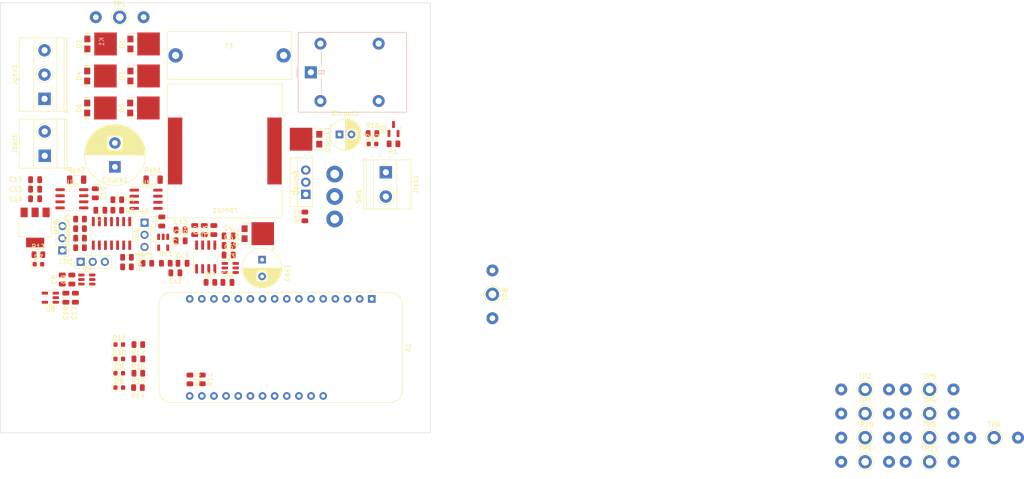
<source format=kicad_pcb>
(kicad_pcb (version 20211014) (generator pcbnew)
  (layers (0 "F.Cu" signal) (31 "B.Cu" signal) (34 "B.Paste" user) (35 "F.Paste" user) (36 "B.SilkS" user "B.Silkscreen") (37 "F.SilkS" user "F.Silkscreen") (38 "B.Mask" user) (39 "F.Mask" user) (44 "Edge.Cuts" user))
  (net 0 "")
  (net 2 "+3V3")
  (net 4 "GND")
  (net 5 "/ALTERNATE_DAC")
  (net 6 "/ALTERNATE_ADC")
  (net 7 "/ALTERNATE_ADC_2")
  (net 16 "/WEMOS_SDA")
  (net 17 "/WEMOS_SCL")
  (net 18 "/RELAY_DRIVE")
  (net 19 "/GPIO_LED1")
  (net 20 "/GPIO_LED2")
  (net 21 "/GPIO_LED3")
  (net 25 "+5V")
  (net 28 "+12V")
  (net 29 "Net-(Cbs1-Pad1)")
  (net 30 "/GATE_SOURCE")
  (net 31 "Net-(Cc1-Pad1)")
  (net 32 "/UC2844_COMP")
  (net 33 "/UC2844_FB")
  (net 34 "/RECTIFIER_VDD")
  (net 35 "Net-(Ct1-Pad1)")
  (net 36 "Net-(D1-Pad1)")
  (net 37 "Net-(D1-Pad2)")
  (net 38 "Net-(D3-Pad2)")
  (net 39 "Net-(D5-Pad2)")
  (net 40 "Net-(D7-Pad2)")
  (net 41 "Net-(D8-Pad2)")
  (net 42 "Net-(D9-Pad2)")
  (net 43 "Net-(D10-Pad2)")
  (net 44 "Net-(D11-Pad2)")
  (net 45 "Net-(D12-Pad2)")
  (net 46 "/RECTIFIER_LED")
  (net 47 "Net-(J1-Pad1)")
  (net 48 "Net-(J1-Pad2)")
  (net 49 "Net-(J2-Pad1)")
  (net 50 "Net-(J2-Pad2)")
  (net 51 "Net-(J3-Pad1)")
  (net 52 "Net-(R6-Pad2)")
  (net 53 "/BATTERY_POSITIVE")
  (net 54 "Net-(SW1-Pad1)")
  (net 55 "Net-(SW1-Pad2)")
  (net 56 "Net-(K1-Pad5)")
  (net 57 "/INPUT_ISENSE_UPSTREAM")
  (net 58 "/HIGH_SIDE_GATE_DRIVE")
  (net 59 "Net-(R4-Pad2)")
  (net 60 "Net-(R6-Pad1)")
  (net 61 "Net-(R8-Pad1)")
  (net 62 "Net-(R8-Pad2)")
  (net 63 "Net-(R12-Pad1)")
  (net 64 "Net-(Rt1-Pad1)")
  (net 65 "/UC2844_ISENSE")
  (net 66 "/UC2844_GATE_OUTPUT")
  (net 67 "Net-(U4-Pad6)")
  (net 68 "Net-(TP9-Pad1)")
  (footprint "Resistor_SMD:R_0805_2012Metric" (layer "F.Cu") (at 80.7 109.8125 -90)
    (fp_text reference "R10" (at 0 -1.65 90) (layer "F.SilkS"))
    (fp_text value "4.7k")
    (pad "1" smd roundrect (at -0.9125 0 270) (size 1.025 1.4) (layers "F.Cu" "F.Paste" "F.Mask") (roundrect_rratio 0.243902) (net 2 "+3V3"))
    (pad "2" smd roundrect (at 0.9125 0 270) (size 1.025 1.4) (layers "F.Cu" "F.Paste" "F.Mask") (roundrect_rratio 0.243902) (net 16 "/WEMOS_SDA"))
  )
  (footprint "small_wind_turbine:TO-277A" (layer "F.Cu") (at 94.9 79.3 90)
    (fp_text reference "Dbs1" (at -0.778792 -4.5 90) (layer "F.SilkS"))
    (fp_text value "1N4006")
    (pad "1" smd rect (at 0 1.04 90) (size 4.8 4.72) (layers "F.Cu" "F.Mask") (net 29 "Net-(Cbs1-Pad1)"))
    (pad "2" smd rect (at -1.04 -2.765 90) (size 1.4 1.27) (layers "F.Cu" "F.Paste" "F.Mask") (net 28 "+12V"))
    (pad "2" smd rect (at 1.04 -2.765 90) (size 1.4 1.27) (layers "F.Cu" "F.Paste" "F.Mask") (net 28 "+12V"))
  )
  (footprint "Capacitor_SMD:C_0805_2012Metric" (layer "F.Cu") (at 54.7325 92.7 90)
    (fp_text reference "C18" (at -3.25 0 90) (layer "F.SilkS"))
    (fp_text value "0.1u")
    (pad "1" smd roundrect (at -0.95 0 90) (size 1 1.45) (layers "F.Cu" "F.Paste" "F.Mask") (net 25 "+5V"))
    (pad "2" smd roundrect (at 0.95 0 90) (size 1 1.45) (layers "F.Cu" "F.Paste" "F.Mask") (net 4 "GND"))
  )
  (footprint "LED_SMD:LED_0603_1608Metric" (layer "F.Cu") (at 65.9 102.5125)
    (fp_text reference "D11" (at 0 -1.43) (layer "F.SilkS"))
    (fp_text value "LED")
    (pad "1" smd roundrect (at -0.7875 0) (size 0.875 0.95) (layers "F.Cu" "F.Paste" "F.Mask") (net 4 "GND"))
    (pad "2" smd roundrect (at 0.7875 0) (size 0.875 0.95) (layers "F.Cu" "F.Paste" "F.Mask") (net 44 "Net-(D11-Pad2)"))
  )
  (footprint "Resistor_SMD:R_0805_2012Metric" (layer "F.Cu") (at 57.7 80.25 180)
    (fp_text reference "R6" (at 2.5875 0 90) (layer "F.SilkS"))
    (fp_text value "200")
    (pad "1" smd roundrect (at -0.9125 0 180) (size 1.025 1.4) (layers "F.Cu" "F.Paste" "F.Mask") (roundrect_rratio 0.243902) (net 60 "Net-(R6-Pad1)"))
    (pad "2" smd roundrect (at 0.9125 0 180) (size 1.025 1.4) (layers "F.Cu" "F.Paste" "F.Mask") (roundrect_rratio 0.243902) (net 52 "Net-(R6-Pad2)"))
  )
  (footprint "Package_TO_SOT_THT:TO-220-3_Vertical" (layer "F.Cu") (at 104.945 71.075 90)
    (fp_text reference "Qbuck1" (at 2.54 -2 90) (layer "F.SilkS"))
    (fp_text value "IRF6710S2")
    (pad "1" thru_hole rect (at 0 0 90) (size 1.905 2) (drill 1.1) (layers *.Cu *.Mask) (net 58 "/HIGH_SIDE_GATE_DRIVE"))
    (pad "2" thru_hole oval (at 2.54 0 90) (size 1.905 2) (drill 1.1) (layers *.Cu *.Mask) (net 30 "/GATE_SOURCE"))
    (pad "3" thru_hole oval (at 5.08 0 90) (size 1.905 2) (drill 1.1) (layers *.Cu *.Mask) (net 34 "/RECTIFIER_VDD"))
  )
  (footprint "Resistor_SMD:R_0805_2012Metric" (layer "F.Cu") (at 69.8125 111.5125 180)
    (fp_text reference "R14" (at 0 -1.65) (layer "F.SilkS"))
    (fp_text value "130")
    (pad "1" smd roundrect (at -0.9125 0 180) (size 1.025 1.4) (layers "F.Cu" "F.Paste" "F.Mask") (roundrect_rratio 0.243902) (net 18 "/RELAY_DRIVE"))
    (pad "2" smd roundrect (at 0.9125 0 180) (size 1.025 1.4) (layers "F.Cu" "F.Paste" "F.Mask") (roundrect_rratio 0.243902) (net 41 "Net-(D8-Pad2)"))
  )
  (footprint "Capacitor_SMD:C_0805_2012Metric" (layer "F.Cu") (at 48.3 70)
    (fp_text reference "C15" (at -4 0) (layer "F.SilkS"))
    (fp_text value "1u")
    (pad "1" smd roundrect (at -0.95 0) (size 1 1.45) (layers "F.Cu" "F.Paste" "F.Mask") (net 28 "+12V"))
    (pad "2" smd roundrect (at 0.95 0) (size 1 1.45) (layers "F.Cu" "F.Paste" "F.Mask") (net 4 "GND"))
  )
  (footprint "LED_SMD:LED_0603_1608Metric" (layer "F.Cu") (at 49 85.7)
    (fp_text reference "D7" (at 0 -1.43) (layer "F.SilkS"))
    (fp_text value "LED")
    (pad "1" smd roundrect (at -0.7875 0) (size 0.875 0.95) (layers "F.Cu" "F.Paste" "F.Mask") (net 4 "GND"))
    (pad "2" smd roundrect (at 0.7875 0) (size 0.875 0.95) (layers "F.Cu" "F.Paste" "F.Mask") (net 40 "Net-(D7-Pad2)"))
  )
  (footprint "Resistor_SMD:R_0805_2012Metric" (layer "F.Cu") (at 65.4875 72.2)
    (fp_text reference "R4" (at 2.6875 0) (layer "F.SilkS"))
    (fp_text value "82k")
    (pad "1" smd roundrect (at -0.9125 0) (size 1.025 1.4) (layers "F.Cu" "F.Paste" "F.Mask") (roundrect_rratio 0.243902) (net 53 "/BATTERY_POSITIVE"))
    (pad "2" smd roundrect (at 0.9125 0) (size 1.025 1.4) (layers "F.Cu" "F.Paste" "F.Mask") (roundrect_rratio 0.243902) (net 59 "Net-(R4-Pad2)"))
  )
  (footprint "LED_SMD:LED_0603_1608Metric" (layer "F.Cu") (at 65.9 108.5125)
    (fp_text reference "D9" (at 0 -1.43) (layer "F.SilkS"))
    (fp_text value "LED")
    (pad "1" smd roundrect (at -0.7875 0) (size 0.875 0.95) (layers "F.Cu" "F.Paste" "F.Mask") (net 4 "GND"))
    (pad "2" smd roundrect (at 0.7875 0) (size 0.875 0.95) (layers "F.Cu" "F.Paste" "F.Mask") (net 42 "Net-(D9-Pad2)"))
  )
  (footprint "Resistor_SMD:R_0805_2012Metric" (layer "F.Cu") (at 48.9875 83.7)
    (fp_text reference "R13" (at 0 -1.65) (layer "F.SilkS"))
    (fp_text value "300")
    (pad "1" smd roundrect (at -0.9125 0) (size 1.025 1.4) (layers "F.Cu" "F.Paste" "F.Mask") (roundrect_rratio 0.243902) (net 25 "+5V"))
    (pad "2" smd roundrect (at 0.9125 0) (size 1.025 1.4) (layers "F.Cu" "F.Paste" "F.Mask") (roundrect_rratio 0.243902) (net 40 "Net-(D7-Pad2)"))
  )
  (footprint "Capacitor_THT:CP_Radial_D6.3mm_P2.50mm" (layer "F.Cu") (at 112 58.535)
    (fp_text reference "Cinput1" (at 1.25 -4.4) (layer "F.SilkS"))
    (fp_text value "10u")
    (pad "1" thru_hole rect (at 0 0) (size 1.6 1.6) (drill 0.8) (layers *.Cu *.Mask) (net 34 "/RECTIFIER_VDD"))
    (pad "2" thru_hole circle (at 2.5 0) (size 1.6 1.6) (drill 0.8) (layers *.Cu *.Mask) (net 4 "GND"))
  )
  (footprint "small_wind_turbine:Oscilloscope_Test_Point" (layer "F.Cu") (at 235.5 127.05)
    (fp_text reference "TP11" (at 0 -2.75) (layer "F.SilkS"))
    (fp_text value "TestPoint_2Pole")
    (pad "1" thru_hole circle (at 0 0) (size 2.8 2.8) (drill 1.6) (layers *.Cu *.Mask) (net 48 "Net-(J1-Pad2)"))
    (pad "2" thru_hole circle (at 5 0) (size 2.5 2.5) (drill 1.2) (layers *.Cu *.Mask) (net 4 "GND"))
    (pad "2" thru_hole circle (at -5 0) (size 2.5 2.5) (drill 1.2) (layers *.Cu *.Mask) (net 4 "GND"))
  )
  (footprint "Resistor_SMD:R_0805_2012Metric" (layer "F.Cu") (at 75.65 85.5)
    (fp_text reference "Rc1" (at 0 -2) (layer "F.SilkS"))
    (fp_text value "255")
    (pad "1" smd roundrect (at -0.9125 0) (size 1.025 1.4) (layers "F.Cu" "F.Paste" "F.Mask") (roundrect_rratio 0.243902) (net 33 "/UC2844_FB"))
    (pad "2" smd roundrect (at 0.9125 0) (size 1.025 1.4) (layers "F.Cu" "F.Paste" "F.Mask") (roundrect_rratio 0.243902) (net 31 "Net-(Cc1-Pad1)"))
  )
  (footprint "Capacitor_SMD:C_0805_2012Metric" (layer "F.Cu") (at 88.8 83.778792)
    (fp_text reference "C6" (at 0 -1.68) (layer "F.SilkS"))
    (fp_text value "0.1u")
    (pad "1" smd roundrect (at -0.95 0) (size 1 1.45) (layers "F.Cu" "F.Paste" "F.Mask") (net 28 "+12V"))
    (pad "2" smd roundrect (at 0.95 0) (size 1 1.45) (layers "F.Cu" "F.Paste" "F.Mask") (net 4 "GND"))
  )
  (footprint "small_wind_turbine:Oscilloscope_Test_Point" (layer "F.Cu") (at 222 127.05)
    (fp_text reference "TP9" (at 0 -2.75) (layer "F.SilkS"))
    (fp_text value "TestPoint_2Pole")
    (pad "1" thru_hole circle (at 0 0) (size 2.8 2.8) (drill 1.6) (layers *.Cu *.Mask) (net 68 "Net-(TP9-Pad1)"))
    (pad "2" thru_hole circle (at -5 0) (size 2.5 2.5) (drill 1.2) (layers *.Cu *.Mask) (net 4 "GND"))
    (pad "2" thru_hole circle (at 5 0) (size 2.5 2.5) (drill 1.2) (layers *.Cu *.Mask) (net 4 "GND"))
  )
  (footprint "LED_SMD:LED_0603_1608Metric" (layer "F.Cu") (at 65.9 111.5125)
    (fp_text reference "D8" (at 0 -1.43) (layer "F.SilkS"))
    (fp_text value "LED")
    (pad "1" smd roundrect (at -0.7875 0) (size 0.875 0.95) (layers "F.Cu" "F.Paste" "F.Mask") (net 4 "GND"))
    (pad "2" smd roundrect (at 0.7875 0) (size 0.875 0.95) (layers "F.Cu" "F.Paste" "F.Mask") (net 41 "Net-(D8-Pad2)"))
  )
  (footprint "small_wind_turbine:Oscilloscope_Test_Point" (layer "F.Cu") (at 235.5 122)
    (fp_text reference "TP3" (at 0 -2.75) (layer "F.SilkS"))
    (fp_text value "TestPoint_2Pole")
    (pad "1" thru_hole circle (at 0 0) (size 2.8 2.8) (drill 1.6) (layers *.Cu *.Mask) (net 66 "/UC2844_GATE_OUTPUT"))
    (pad "2" thru_hole circle (at 5 0) (size 2.5 2.5) (drill 1.2) (layers *.Cu *.Mask) (net 4 "GND"))
    (pad "2" thru_hole circle (at -5 0) (size 2.5 2.5) (drill 1.2) (layers *.Cu *.Mask) (net 4 "GND"))
  )
  (footprint "Capacitor_SMD:C_0805_2012Metric" (layer "F.Cu") (at 61.95 74.4 180)
    (fp_text reference "C7" (at 0 -1.68) (layer "F.SilkS"))
    (fp_text value "0.1u")
    (pad "1" smd roundrect (at -0.95 0 180) (size 1 1.45) (layers "F.Cu" "F.Paste" "F.Mask") (net 25 "+5V"))
    (pad "2" smd roundrect (at 0.95 0 180) (size 1 1.45) (layers "F.Cu" "F.Paste" "F.Mask") (net 4 "GND"))
  )
  (footprint "Resistor_SMD:R_0805_2012Metric" (layer "F.Cu") (at 65.4875 74.4 180)
    (fp_text reference "R5" (at -2.6875 -0.2) (layer "F.SilkS"))
    (fp_text value "13k")
    (pad "1" smd roundrect (at -0.9125 0 180) (size 1.025 1.4) (layers "F.Cu" "F.Paste" "F.Mask") (roundrect_rratio 0.243902) (net 59 "Net-(R4-Pad2)"))
    (pad "2" smd roundrect (at 0.9125 0 180) (size 1.025 1.4) (layers "F.Cu" "F.Paste" "F.Mask") (roundrect_rratio 0.243902) (net 4 "GND"))
  )
  (footprint "Resistor_SMD:R_0805_2012Metric" (layer "F.Cu") (at 67.525 84.25)
    (fp_text reference "R8" (at 2.5875 0 90) (layer "F.SilkS"))
    (fp_text value "1k")
    (pad "1" smd roundrect (at -0.9125 0) (size 1.025 1.4) (layers "F.Cu" "F.Paste" "F.Mask") (roundrect_rratio 0.243902) (net 61 "Net-(R8-Pad1)"))
    (pad "2" smd roundrect (at 0.9125 0) (size 1.025 1.4) (layers "F.Cu" "F.Paste" "F.Mask") (roundrect_rratio 0.243902) (net 62 "Net-(R8-Pad2)"))
  )
  (footprint "small_wind_turbine:Oscilloscope_Test_Point" (layer "F.Cu") (at 222 122)
    (fp_text reference "TP10" (at 0 -2.75) (layer "F.SilkS"))
    (fp_text value "TestPoint_2Pole")
    (pad "1" thru_hole circle (at 0 0) (size 2.8 2.8) (drill 1.6) (layers *.Cu *.Mask) (net 65 "/UC2844_ISENSE"))
    (pad "2" thru_hole circle (at 5 0) (size 2.5 2.5) (drill 1.2) (layers *.Cu *.Mask) (net 4 "GND"))
    (pad "2" thru_hole circle (at -5 0) (size 2.5 2.5) (drill 1.2) (layers *.Cu *.Mask) (net 4 "GND"))
  )
  (footprint "small_wind_turbine:Oscilloscope_Test_Point" (layer "F.Cu") (at 66 34)
    (fp_text reference "TP1" (at 0 -2.75) (layer "F.SilkS"))
    (fp_text value "TestPoint_2Pole")
    (pad "1" thru_hole circle (at 0 0) (size 2.8 2.8) (drill 1.6) (layers *.Cu *.Mask) (net 36 "Net-(D1-Pad1)"))
    (pad "2" thru_hole circle (at -5 0) (size 2.5 2.5) (drill 1.2) (layers *.Cu *.Mask) (net 4 "GND"))
    (pad "2" thru_hole circle (at 5 0) (size 2.5 2.5) (drill 1.2) (layers *.Cu *.Mask) (net 4 "GND"))
  )
  (footprint "Capacitor_SMD:C_0805_2012Metric" (layer "F.Cu") (at 83.7 78.55 90)
    (fp_text reference "C2" (at 0 -1.68 90) (layer "F.SilkS"))
    (fp_text value "1u")
    (pad "1" smd roundrect (at -0.95 0 90) (size 1 1.45) (layers "F.Cu" "F.Paste" "F.Mask") (net 28 "+12V"))
    (pad "2" smd roundrect (at 0.95 0 90) (size 1 1.45) (layers "F.Cu" "F.Paste" "F.Mask") (net 4 "GND"))
  )
  (footprint "Capacitor_SMD:C_0805_2012Metric" (layer "F.Cu") (at 79.15 85.5)
    (fp_text reference "Cc1" (at 0 -1.68) (layer "F.SilkS"))
    (fp_text value "470n")
    (pad "1" smd roundrect (at -0.95 0) (size 1 1.45) (layers "F.Cu" "F.Paste" "F.Mask") (net 31 "Net-(Cc1-Pad1)"))
    (pad "2" smd roundrect (at 0.95 0) (size 1 1.45) (layers "F.Cu" "F.Paste" "F.Mask") (net 32 "/UC2844_COMP"))
  )
  (footprint "Capacitor_SMD:C_0805_2012Metric" (layer "F.Cu") (at 56.7325 92.7 90)
    (fp_text reference "C17" (at -3.25 -0.25 90) (layer "F.SilkS"))
    (fp_text value "10u")
    (pad "1" smd roundrect (at -0.95 0 90) (size 1 1.45) (layers "F.Cu" "F.Paste" "F.Mask") (net 25 "+5V"))
    (pad "2" smd roundrect (at 0.95 0 90) (size 1 1.45) (layers "F.Cu" "F.Paste" "F.Mask") (net 4 "GND"))
  )
  (footprint "LED_SMD:LED_0603_1608Metric" (layer "F.Cu") (at 118.9 60.535)
    (fp_text reference "D12" (at 0 -1.43) (layer "F.SilkS"))
    (fp_text value "LED")
    (pad "1" smd roundrect (at -0.7875 0) (size 0.875 0.95) (layers "F.Cu" "F.Paste" "F.Mask") (net 4 "GND"))
    (pad "2" smd roundrect (at 0.7875 0) (size 0.875 0.95) (layers "F.Cu" "F.Paste" "F.Mask") (net 45 "Net-(D12-Pad2)"))
  )
  (footprint "Resistor_SMD:R_0805_2012Metric" (layer "F.Cu") (at 84.9875 89.5)
    (fp_text reference "Rt1" (at 0 -1.65) (layer "F.SilkS"))
    (fp_text value "7.87k")
    (pad "1" smd roundrect (at -0.9125 0) (size 1.025 1.4) (layers "F.Cu" "F.Paste" "F.Mask") (roundrect_rratio 0.243902) (net 64 "Net-(Rt1-Pad1)"))
    (pad "2" smd roundrect (at 0.9125 0) (size 1.025 1.4) (layers "F.Cu" "F.Paste" "F.Mask") (roundrect_rratio 0.243902) (net 35 "Net-(Ct1-Pad1)"))
  )
  (footprint "TerminalBlock_Phoenix:TerminalBlock_Phoenix_MKDS-1,5-2-5.08_1x02_P5.08mm_Horizontal" (layer "F.Cu") (at 50.305 63 90)
    (fp_text reference "Jbat1" (at 2.54 -6.26 90) (layer "F.SilkS"))
    (fp_text value "Screw_Terminal_01x02")
    (pad "1" thru_hole rect (at 0 0 90) (size 2.6 2.6) (drill 1.3) (layers *.Cu *.Mask) (net 53 "/BATTERY_POSITIVE"))
    (pad "2" thru_hole circle (at 5.08 0 90) (size 2.6 2.6) (drill 1.3) (layers *.Cu *.Mask) (net 4 "GND"))
  )
  (footprint "TerminalBlock_Phoenix:TerminalBlock_Phoenix_MKDS-1,5-3-5.08_1x03_P5.08mm_Horizontal" (layer "F.Cu") (at 50.265 51.085 90)
    (fp_text reference "Jgen1" (at 5.08 -6.26 90) (layer "F.SilkS"))
    (fp_text value "Screw_Terminal_01x03")
    (pad "1" thru_hole rect (at 0 0 90) (size 2.6 2.6) (drill 1.3) (layers *.Cu *.Mask) (net 39 "Net-(D5-Pad2)"))
    (pad "2" thru_hole circle (at 5.08 0 90) (size 2.6 2.6) (drill 1.3) (layers *.Cu *.Mask) (net 38 "Net-(D3-Pad2)"))
    (pad "3" thru_hole circle (at 10.16 0 90) (size 2.6 2.6) (drill 1.3) (layers *.Cu *.Mask) (net 37 "Net-(D1-Pad2)"))
  )
  (footprint "Package_TO_SOT_SMD:SOT-23-6" (layer "F.Cu") (at 59.12 88.9)
    (fp_text reference "U9" (at 0 -2.4) (layer "F.SilkS"))
    (fp_text value "MCP4725xxx-xCH")
    (pad "1" smd roundrect (at -1.1375 -0.95) (size 1.325 0.6) (layers "F.Cu" "F.Paste" "F.Mask") (net 47 "Net-(J1-Pad1)"))
    (pad "2" smd roundrect (at -1.1375 0) (size 1.325 0.6) (layers "F.Cu" "F.Paste" "F.Mask") (net 4 "GND"))
    (pad "3" smd roundrect (at -1.1375 0.95) (size 1.325 0.6) (layers "F.Cu" "F.Paste" "F.Mask") (net 25 "+5V"))
    (pad "4" smd roundrect (at 1.1375 0.95) (size 1.325 0.6) (layers "F.Cu" "F.Paste" "F.Mask") (net 16 "/WEMOS_SDA"))
    (pad "5" smd roundrect (at 1.1375 0) (size 1.325 0.6) (layers "F.Cu" "F.Paste" "F.Mask") (net 17 "/WEMOS_SCL"))
    (pad "6" smd roundrect (at 1.1375 -0.95) (size 1.325 0.6) (layers "F.Cu" "F.Paste" "F.Mask") (net 25 "+5V"))
  )
  (footprint "Capacitor_SMD:C_0805_2012Metric" (layer "F.Cu") (at 53.9825 88.9 90)
    (fp_text reference "C8" (at 0 -1.68 90) (layer "F.SilkS"))
    (fp_text value "10u")
    (pad "1" smd roundrect (at -0.95 0 90) (size 1 1.45) (layers "F.Cu" "F.Paste" "F.Mask") (net 25 "+5V"))
    (pad "2" smd roundrect (at 0.95 0 90) (size 1 1.45) (layers "F.Cu" "F.Paste" "F.Mask") (net 4 "GND"))
  )
  (footprint "Connector_PinHeader_2.54mm:PinHeader_1x03_P2.54mm_Vertical" (layer "F.Cu") (at 57.82 85.2 90)
    (fp_text reference "J1" (at 0 -2.33 90) (layer "F.SilkS"))
    (fp_text value "Conn_01x03_Male")
    (pad "1" thru_hole rect (at 0 0 90) (size 1.7 1.7) (drill 1) (layers *.Cu *.Mask) (net 47 "Net-(J1-Pad1)"))
    (pad "2" thru_hole oval (at 0 2.54 90) (size 1.7 1.7) (drill 1) (layers *.Cu *.Mask) (net 48 "Net-(J1-Pad2)"))
    (pad "3" thru_hole oval (at 0 5.08 90) (size 1.7 1.7) (drill 1) (layers *.Cu *.Mask) (net 5 "/ALTERNATE_DAC"))
  )
  (footprint "Connector_PinHeader_2.54mm:PinHeader_1x03_P2.54mm_Vertical" (layer "F.Cu") (at 71.2 77)
    (fp_text reference "J2" (at 0 -2.33) (layer "F.SilkS"))
    (fp_text value "Conn_01x03_Male")
    (pad "1" thru_hole rect (at 0 0) (size 1.7 1.7) (drill 1) (layers *.Cu *.Mask) (net 49 "Net-(J2-Pad1)"))
    (pad "2" thru_hole oval (at 0 2.54) (size 1.7 1.7) (drill 1) (layers *.Cu *.Mask) (net 50 "Net-(J2-Pad2)"))
    (pad "3" thru_hole oval (at 0 5.08) (size 1.7 1.7) (drill 1) (layers *.Cu *.Mask) (net 6 "/ALTERNATE_ADC"))
  )
  (footprint "Resistor_SMD:R_1206_3216Metric" (layer "F.Cu") (at 57 68 180)
    (fp_text reference "Rsh2" (at 0 2) (layer "F.SilkS"))
    (fp_text value "10m")
    (pad "1" smd roundrect (at -1.4625 0 180) (size 1.125 1.75) (layers "F.Cu" "F.Paste" "F.Mask") (roundrect_rratio 0.222222) (net 28 "+12V"))
    (pad "2" smd roundrect (at 1.4625 0 180) (size 1.125 1.75) (layers "F.Cu" "F.Paste" "F.Mask") (roundrect_rratio 0.222222) (net 53 "/BATTERY_POSITIVE"))
  )
  (footprint "Resistor_SMD:R_0805_2012Metric" (layer "F.Cu") (at 123.3 60.5 180)
    (fp_text reference "R1" (at 0.0875 -1.6) (layer "F.SilkS"))
    (fp_text value "4.7k")
    (pad "1" smd roundrect (at -0.9125 0 180) (size 1.025 1.4) (layers "F.Cu" "F.Paste" "F.Mask") (roundrect_rratio 0.243902) (net 18 "/RELAY_DRIVE"))
    (pad "2" smd roundrect (at 0.9125 0 180) (size 1.025 1.4) (layers "F.Cu" "F.Paste" "F.Mask") (roundrect_rratio 0.243902) (net 4 "GND"))
  )
  (footprint "small_wind_turbine:TO-277A" (layer "F.Cu") (at 62 39.6 90)
    (fp_text reference "D2" (at 0 -4.5 90) (layer "F.SilkS"))
    (fp_text value "1N5402")
    (pad "1" smd rect (at 0 1.04 90) (size 4.8 4.72) (layers "F.Cu" "F.Mask") (net 37 "Net-(D1-Pad2)"))
    (pad "2" smd rect (at 1.04 -2.765 90) (size 1.4 1.27) (layers "F.Cu" "F.Paste" "F.Mask") (net 4 "GND"))
    (pad "2" smd rect (at -1.04 -2.765 90) (size 1.4 1.27) (layers "F.Cu" "F.Paste" "F.Mask") (net 4 "GND"))
  )
  (footprint "small_wind_turbine:TO-277A" (layer "F.Cu") (at 70.96 53 90)
    (fp_text reference "D5" (at 0 -4.5 90) (layer "F.SilkS"))
    (fp_text value "1N5402")
    (pad "1" smd rect (at 0 1.04 90) (size 4.8 4.72) (layers "F.Cu" "F.Mask") (net 36 "Net-(D1-Pad1)"))
    (pad "2" smd rect (at -1.04 -2.765 90) (size 1.4 1.27) (layers "F.Cu" "F.Paste" "F.Mask") (net 39 "Net-(D5-Pad2)"))
    (pad "2" smd rect (at 1.04 -2.765 90) (size 1.4 1.27) (layers "F.Cu" "F.Paste" "F.Mask") (net 39 "Net-(D5-Pad2)"))
  )
  (footprint "Capacitor_THT:CP_Radial_D8.0mm_P3.50mm" (layer "F.Cu") (at 95.8 84.747349 -90)
    (fp_text reference "Cbs1" (at 2.75 -5.25 90) (layer "F.SilkS"))
    (fp_text value "10u")
    (pad "1" thru_hole rect (at 0 0 270) (size 1.6 1.6) (drill 0.8) (layers *.Cu *.Mask) (net 29 "Net-(Cbs1-Pad1)"))
    (pad "2" thru_hole circle (at 3.5 0 270) (size 1.6 1.6) (drill 0.8) (layers *.Cu *.Mask) (net 30 "/GATE_SOURCE"))
  )
  (footprint "Capacitor_SMD:C_0805_2012Metric" (layer "F.Cu") (at 60.9 70.85 -90)
    (fp_text reference "C10" (at 0 -1.68 90) (layer "F.SilkS"))
    (fp_text value "0.1u")
    (pad "1" smd roundrect (at -0.95 0 270) (size 1 1.45) (layers "F.Cu" "F.Paste" "F.Mask") (net 4 "GND"))
    (pad "2" smd roundrect (at 0.95 0 270) (size 1 1.45) (layers "F.Cu" "F.Paste" "F.Mask") (net 25 "+5V"))
  )
  (footprint "Package_SO:SOIC-8_3.9x4.9mm_P1.27mm" (layer "F.Cu") (at 56 72)
    (fp_text reference "U6" (at 0 -3.4) (layer "F.SilkS"))
    (fp_text value "INA240A1D")
    (pad "1" smd roundrect (at -2.475 -1.905) (size 1.95 0.6) (layers "F.Cu" "F.Paste" "F.Mask") (net 53 "/BATTERY_POSITIVE"))
    (pad "2" smd roundrect (at -2.475 -0.635) (size 1.95 0.6) (layers "F.Cu" "F.Paste" "F.Mask") (net 4 "GND"))
    (pad "3" smd roundrect (at -2.475 0.635) (size 1.95 0.6) (layers "F.Cu" "F.Paste" "F.Mask") (net 4 "GND"))
    (pad "4" smd roundrect (at -2.475 1.905) (size 1.95 0.6) (layers "F.Cu" "F.Paste" "F.Mask") (net 4 "GND"))
    (pad "5" smd roundrect (at 2.475 1.905) (size 1.95 0.6) (layers "F.Cu" "F.Paste" "F.Mask") (net 68 "Net-(TP9-Pad1)"))
    (pad "6" smd roundrect (at 2.475 0.635) (size 1.95 0.6) (layers "F.Cu" "F.Paste" "F.Mask") (net 25 "+5V"))
    (pad "7" smd roundrect (at 2.475 -0.635) (size 1.95 0.6) (layers "F.Cu" "F.Paste" "F.Mask") (net 4 "GND"))
    (pad "8" smd roundrect (at 2.475 -1.905) (size 1.95 0.6) (layers "F.Cu" "F.Paste" "F.Mask") (net 28 "+12V"))
  )
  (footprint "Capacitor_SMD:C_0805_2012Metric" (layer "F.Cu") (at 88.8 79.778792)
    (fp_text reference "C4" (at 0 -1.68) (layer "F.SilkS"))
    (fp_text value "10u")
    (pad "1" smd roundrect (at -0.95 0) (size 1 1.45) (layers "F.Cu" "F.Paste" "F.Mask") (net 28 "+12V"))
    (pad "2" smd roundrect (at 0.95 0) (size 1 1.45) (layers "F.Cu" "F.Paste" "F.Mask") (net 4 "GND"))
  )
  (footprint "Resistor_SMD:R_1206_3216Metric" (layer "F.Cu") (at 73 68 180)
    (fp_text reference "Rsh1" (at 0 2) (layer "F.SilkS"))
    (fp_text value "10m")
    (pad "1" smd roundrect (at -1.4625 0 180) (size 1.125 1.75) (layers "F.Cu" "F.Paste" "F.Mask") (roundrect_rratio 0.222222) (net 57 "/INPUT_ISENSE_UPSTREAM"))
    (pad "2" smd roundrect (at 1.4625 0 180) (size 1.125 1.75) (layers "F.Cu" "F.Paste" "F.Mask") (roundrect_rratio 0.222222) (net 28 "+12V"))
  )
  (footprint "Capacitor_SMD:C_0805_2012Metric" (layer "F.Cu") (at 78.75 80.8)
    (fp_text reference "C12" (at 0 -1.68) (layer "F.SilkS"))
    (fp_text value "10u")
    (pad "1" smd roundrect (at -0.95 0) (size 1 1.45) (layers "F.Cu" "F.Paste" "F.Mask") (net 25 "+5V"))
    (pad "2" smd roundrect (at 0.95 0) (size 1 1.45) (layers "F.Cu" "F.Paste" "F.Mask") (net 4 "GND"))
  )
  (footprint "small_wind_turbine:TO-277A" (layer "F.Cu") (at 71 46.3 90)
    (fp_text reference "D3" (at 0 -4.5 90) (layer "F.SilkS"))
    (fp_text value "1N5402")
    (pad "1" smd rect (at 0 1.04 90) (size 4.8 4.72) (layers "F.Cu" "F.Mask") (net 36 "Net-(D1-Pad1)"))
    (pad "2" smd rect (at 1.04 -2.765 90) (size 1.4 1.27) (layers "F.Cu" "F.Paste" "F.Mask") (net 38 "Net-(D3-Pad2)"))
    (pad "2" smd rect (at -1.04 -2.765 90) (size 1.4 1.27) (layers "F.Cu" "F.Paste" "F.Mask") (net 38 "Net-(D3-Pad2)"))
  )
  (footprint "Package_SO:SOIC-8_3.9x4.9mm_P1.27mm" (layer "F.Cu") (at 84 84.178792 90)
    (fp_text reference "U2" (at 4.5 0) (layer "F.SilkS"))
    (fp_text value "UC2844A")
    (pad "1" smd roundrect (at -2.475 -1.905 90) (size 1.95 0.6) (layers "F.Cu" "F.Paste" "F.Mask") (net 32 "/UC2844_COMP"))
    (pad "2" smd roundrect (at -2.475 -0.635 90) (size 1.95 0.6) (layers "F.Cu" "F.Paste" "F.Mask") (net 33 "/UC2844_FB"))
    (pad "3" smd roundrect (at -2.475 0.635 90) (size 1.95 0.6) (layers "F.Cu" "F.Paste" "F.Mask") (net 65 "/UC2844_ISENSE"))
    (pad "4" smd roundrect (at -2.475 1.905 90) (size 1.95 0.6) (layers "F.Cu" "F.Paste" "F.Mask") (net 35 "Net-(Ct1-Pad1)"))
    (pad "5" smd roundrect (at 2.475 1.905 90) (size 1.95 0.6) (layers "F.Cu" "F.Paste" "F.Mask") (net 4 "GND"))
    (pad "6" smd roundrect (at 2.475 0.635 90) (size 1.95 0.6) (layers "F.Cu" "F.Paste" "F.Mask") (net 66 "/UC2844_GATE_OUTPUT"))
    (pad "7" smd roundrect (at 2.475 -0.635 90) (size 1.95 0.6) (layers "F.Cu" "F.Paste" "F.Mask") (net 28 "+12V"))
    (pad "8" smd roundrect (at 2.475 -1.905 90) (size 1.95 0.6) (layers "F.Cu" "F.Paste" "F.Mask") (net 64 "Net-(Rt1-Pad1)"))
  )
  (footprint "Capacitor_SMD:C_0805_2012Metric" (layer "F.Cu") (at 77.65 87.5 180)
    (fp_text reference "Cc2" (at 0 -1.68) (layer "F.SilkS"))
    (fp_text value "33n")
    (pad "1" smd roundrect (at -0.95 0 180) (size 1 1.45) (layers "F.Cu" "F.Paste" "F.Mask") (net 32 "/UC2844_COMP"))
    (pad "2" smd roundrect (at 0.95 0 180) (size 1 1.45) (layers "F.Cu" "F.Paste" "F.Mask") (net 33 "/UC2844_FB"))
  )
  (footprint "Resistor_SMD:R_0805_2012Metric" (layer "F.Cu") (at 104.75 75.6975 90)
    (fp_text reference "R12" (at 0 -1.65 90) (layer "F.SilkS"))
    (fp_text value "10")
    (pad "1" smd roundrect (at -0.9125 0 90) (size 1.025 1.4) (layers "F.Cu" "F.Paste" "F.Mask") (roundrect_rratio 0.243902) (net 63 "Net-(R12-Pad1)"))
    (pad "2" smd roundrect (at 0.9125 0 90) (size 1.025 1.4) (layers "F.Cu" "F.Paste" "F.Mask") (roundrect_rratio 0.243902) (net 58 "/HIGH_SIDE_GATE_DRIVE"))
  )
  (footprint "Connector_PinHeader_2.54mm:PinHeader_1x03_P2.54mm_Vertical" (layer "F.Cu") (at 54 82.8 180)
    (fp_text reference "J3" (at 0 -2.33) (layer "F.SilkS"))
    (fp_text value "Conn_01x03_Male")
    (pad "1" thru_hole rect (at 0 0 180) (size 1.7 1.7) (drill 1) (layers *.Cu *.Mask) (net 51 "Net-(J3-Pad1)"))
    (pad "2" thru_hole oval (at 0 2.54 180) (size 1.7 1.7) (drill 1) (layers *.Cu *.Mask) (net 52 "Net-(R6-Pad2)"))
    (pad "3" thru_hole oval (at 0 5.08 180) (size 1.7 1.7) (drill 1) (layers *.Cu *.Mask) (net 7 "/ALTERNATE_ADC_2"))
  )
  (footprint "Resistor_SMD:R_0805_2012Metric" (layer "F.Cu") (at 118.9 58.335)
    (fp_text reference "R18" (at 0 -1.65) (layer "F.SilkS"))
    (fp_text value "4.7k")
    (pad "1" smd roundrect (at -0.9125 0) (size 1.025 1.4) (layers "F.Cu" "F.Paste" "F.Mask") (roundrect_rratio 0.243902) (net 46 "/RECTIFIER_LED"))
    (pad "2" smd roundrect (at 0.9125 0) (size 1.025 1.4) (layers "F.Cu" "F.Paste" "F.Mask") (roundrect_rratio 0.243902) (net 45 "Net-(D12-Pad2)"))
  )
  (footprint "Resistor_SMD:R_0805_2012Metric" (layer "F.Cu") (at 69.9 102.5125 180)
    (fp_text reference "R17" (at 0 -1.65) (layer "F.SilkS"))
    (fp_text value "130")
    (pad "1" smd roundrect (at -0.9125 0 180) (size 1.025 1.4) (layers "F.Cu" "F.Paste" "F.Mask") (roundrect_rratio 0.243902) (net 21 "/GPIO_LED3"))
    (pad "2" smd roundrect (at 0.9125 0 180) (size 1.025 1.4) (layers "F.Cu" "F.Paste" "F.Mask") (roundrect_rratio 0.243902) (net 44 "Net-(D11-Pad2)"))
  )
  (footprint "Capacitor_SMD:C_0805_2012Metric" (layer "F.Cu") (at 48.3 72)
    (fp_text reference "C16" (at -4 0) (layer "F.SilkS"))
    (fp_text value "0.1u")
    (pad "1" smd roundrect (at -0.95 0) (size 1 1.45) (layers "F.Cu" "F.Paste" "F.Mask") (net 28 "+12V"))
    (pad "2" smd roundrect (at 0.95 0) (size 1 1.45) (layers "F.Cu" "F.Paste" "F.Mask") (net 4 "GND"))
  )
  (footprint "small_wind_turbine:Oscilloscope_Test_Point" (layer "F.Cu") (at 235.5 111.9)
    (fp_text reference "TP5" (at 0 -2.75) (layer "F.SilkS"))
    (fp_text value "TestPoint_2Pole")
    (pad "1" thru_hole circle (at 0 0) (size 2.8 2.8) (drill 1.6) (layers *.Cu *.Mask) (net 28 "+12V"))
    (pad "2" thru_hole circle (at -5 0) (size 2.5 2.5) (drill 1.2) (layers *.Cu *.Mask) (net 4 "GND"))
    (pad "2" thru_hole circle (at 5 0) (size 2.5 2.5) (drill 1.2) (layers *.Cu *.Mask) (net 4 "GND"))
  )
  (footprint "Resistor_SMD:R_0805_2012Metric" (layer "F.Cu") (at 83.3 109.8 -90)
    (fp_text reference "R11" (at 0 -1.65 90) (layer "F.SilkS"))
    (fp_text value "4.7k")
    (pad "1" smd roundrect (at -0.9125 0 270) (size 1.025 1.4) (layers "F.Cu" "F.Paste" "F.Mask") (roundrect_rratio 0.243902) (net 2 "+3V3"))
    (pad "2" smd roundrect (at 0.9125 0 270) (size 1.025 1.4) (layers "F.Cu" "F.Paste" "F.Mask") (roundrect_rratio 0.243902) (net 17 "/WEMOS_SCL"))
  )
  (footprint "Capacitor_SMD:C_0805_2012Metric" (layer "F.Cu") (at 85.7 78.55 90)
    (fp_text reference "C3" (at 0 -1.68 90) (layer "F.SilkS"))
    (fp_text value "0.1u")
    (pad "1" smd roundrect (at -0.95 0 90) (size 1 1.45) (layers "F.Cu" "F.Paste" "F.Mask") (net 28 "+12V"))
    (pad "2" smd roundrect (at 0.95 0 90) (size 1 1.45) (layers "F.Cu" "F.Paste" "F.Mask") (net 4 "GND"))
  )
  (footprint "Resistor_SMD:R_0805_2012Metric" (layer "F.Cu") (at 71.7875 85.5)
    (fp_text reference "Rf1" (at 0 -1.65) (layer "F.SilkS"))
    (fp_text value "1.27k")
    (pad "1" smd roundrect (at -0.9125 0) (size 1.025 1.4) (layers "F.Cu" "F.Paste" "F.Mask") (roundrect_rratio 0.243902) (net 62 "Net-(R8-Pad2)"))
    (pad "2" smd roundrect (at 0.9125 0) (size 1.025 1.4) (layers "F.Cu" "F.Paste" "F.Mask") (roundrect_rratio 0.243902) (net 33 "/UC2844_FB"))
  )
  (footprint "Resistor_SMD:R_0805_2012Metric" (layer "F.Cu") (at 57.7 78.25)
    (fp_text reference "R3" (at -2.5875 -2 90) (layer "F.SilkS"))
    (fp_text value "3k")
    (pad "1" smd roundrect (at -0.9125 0) (size 1.025 1.4) (layers "F.Cu" "F.Paste" "F.Mask") (roundrect_rratio 0.243902) (net 4 "GND"))
    (pad "2" smd roundrect (at 0.9125 0) (size 1.025 1.4) (layers "F.Cu" "F.Paste" "F.Mask") (roundrect_rratio 0.243902) (net 67 "Net-(U4-Pad6)"))
  )
  (footprint "Resistor_SMD:R_0805_2012Metric" (layer "F.Cu") (at 57.7 76.25 180)
    (fp_text reference "R2" (at 2.5875 -2 90) (layer "F.SilkS"))
    (fp_text value "12k")
    (pad "1" smd roundrect (at -0.9125 0 180) (size 1.025 1.4) (layers "F.Cu" "F.Paste" "F.Mask") (roundrect_rratio 0.243902) (net 67 "Net-(U4-Pad6)"))
    (pad "2" smd roundrect (at 0.9125 0 180) (size 1.025 1.4) (layers "F.Cu" "F.Paste" "F.Mask") (roundrect_rratio 0.243902) (net 52 "Net-(R6-Pad2)"))
  )
  (footprint "Capacitor_SMD:C_0805_2012Metric" (layer "F.Cu") (at 55.9825 88.9 90)
    (fp_text reference "C9" (at 0 -1.68 90) (layer "F.SilkS"))
    (fp_text value "0.1u")
    (pad "1" smd roundrect (at -0.95 0 90) (size 1 1.45) (layers "F.Cu" "F.Paste" "F.Mask") (net 25 "+5V"))
    (pad "2" smd roundrect (at 0.95 0 90) (size 1 1.45) (layers "F.Cu" "F.Paste" "F.Mask") (net 4 "GND"))
  )
  (footprint "Capacitor_THT:CP_Radial_D12.5mm_P5.00mm" (layer "F.Cu") (at 65 65.323959 90)
    (fp_text reference "Cbuck1" (at -2.676041 0 180) (layer "F.SilkS"))
    (fp_text value "200u")
    (pad "1" thru_hole rect (at 0 0 90) (size 2.4 2.4) (drill 1.2) (layers *.Cu *.Mask) (net 28 "+12V"))
    (pad "2" thru_hole circle (at 5 0 90) (size 2.4 2.4) (drill 1.2) (layers *.Cu *.Mask) (net 4 "GND"))
  )
  (footprint "small_wind_turbine:smd_inductor" (layer "F.Cu") (at 88 62 180)
    (fp_text reference "Lbuck1" (at 0 -12.5 180 unlocked) (layer "F.SilkS"))
    (fp_text value "330u")
    (pad "1" smd rect (at -10.4 0 180) (size 3 14) (layers "F.Cu" "F.Paste" "F.Mask") (net 30 "/GATE_SOURCE"))
    (pad "2" smd rect (at 10.4 0 180) (size 3 14) (layers "F.Cu" "F.Paste" "F.Mask") (net 57 "/INPUT_ISENSE_UPSTREAM"))
  )
  (footprint "Capacitor_SMD:C_0805_2012Metric" (layer "F.Cu") (at 74.8 76.75 90)
    (fp_text reference "C11" (at 0 -1.68 90) (layer "F.SilkS"))
    (fp_text value "0.1u")
    (pad "1" smd roundrect (at -0.95 0 90) (size 1 1.45) (layers "F.Cu" "F.Paste" "F.Mask") (net 4 "GND"))
    (pad "2" smd roundrect (at 0.95 0 90) (size 1 1.45) (layers "F.Cu" "F.Paste" "F.Mask") (net 25 "+5V"))
  )
  (footprint "small_wind_turbine:TO-277A" (layer "F.Cu") (at 61.96 46.3 90)
    (fp_text reference "D4" (at 0 -4.5 90) (layer "F.SilkS"))
    (fp_text value "1N5402")
    (pad "1" smd rect (at 0 1.04 90) (size 4.8 4.72) (layers "F.Cu" "F.Mask") (net 38 "Net-(D3-Pad2)"))
    (pad "2" smd rect (at -1.04 -2.765 90) (size 1.4 1.27) (layers "F.Cu" "F.Paste" "F.Mask") (net 4 "GND"))
    (pad "2" smd rect (at 1.04 -2.765 90) (size 1.4 1.27) (layers "F.Cu" "F.Paste" "F.Mask") (net 4 "GND"))
  )
  (footprint "Package_SO:SOIC-14_3.9x8.7mm_P1.27mm" (layer "F.Cu") (at 64.2875 79.25 -90)
    (fp_text reference "U4" (at 0 -5.28 90) (layer "F.SilkS"))
    (fp_text value "Opamp_Quad")
    (pad "1" smd roundrect (at -2.475 -3.81 270) (size 1.95 0.6) (layers "F.Cu" "F.Paste" "F.Mask") (net 50 "Net-(J2-Pad2)"))
    (pad "2" smd roundrect (at -2.475 -2.54 270) (size 1.95 0.6) (layers "F.Cu" "F.Paste" "F.Mask") (net 50 "Net-(J2-Pad2)"))
    (pad "3" smd roundrect (at -2.475 -1.27 270) (size 1.95 0.6) (layers "F.Cu" "F.Paste" "F.Mask") (net 59 "Net-(R4-Pad2)"))
    (pad "4" smd roundrect (at -2.475 0 270) (size 1.95 0.6) (layers "F.Cu" "F.Paste" "F.Mask") (net 25 "+5V"))
    (pad "5" smd roundrect (at -2.475 1.27 270) (size 1.95 0.6) (layers "F.Cu" "F.Paste" "F.Mask") (net 68 "Net-(TP9-Pad1)"))
    (pad "6" smd roundrect (at -2.475 2.54 270) (size 1.95 0.6) (layers "F.Cu" "F.Paste" "F.Mask") (net 67 "Net-(U4-Pad6)"))
    (pad "7" smd roundrect (at -2.475 3.81 270) (size 1.95 0.6) (layers "F.Cu" "F.Paste" "F.Mask") (net 52 "Net-(R6-Pad2)"))
    (pad "8" smd roundrect (at 2.475 3.81 270) (size 1.95 0.6) (layers "F.Cu" "F.Paste" "F.Mask"))
    (pad "9" smd roundrect (at 2.475 2.54 270) (size 1.95 0.6) (layers "F.Cu" "F.Paste" "F.Mask"))
    (pad "10" smd roundrect (at 2.475 1.27 270) (size 1.95 0.6) (layers "F.Cu" "F.Paste" "F.Mask"))
    (pad "11" smd roundrect (at 2.475 0 270) (size 1.95 0.6) (layers "F.Cu" "F.Paste" "F.Mask") (net 4 "GND"))
    (pad "12" smd roundrect (at 2.475 -1.27 270) (size 1.95 0.6) (layers "F.Cu" "F.Paste" "F.Mask") (net 60 "Net-(R6-Pad1)"))
    (pad "13" smd roundrect (at 2.475 -2.54 270) (size 1.95 0.6) (layers "F.Cu" "F.Paste" "F.Mask") (net 61 "Net-(R8-Pad1)"))
    (pad "14" smd roundrect (at 2.475 -3.81 270) (size 1.95 0.6) (layers "F.Cu" "F.Paste" "F.Mask") (net 62 "Net-(R8-Pad2)"))
  )
  (footprint "small_wind_turbine:Oscilloscope_Test_Point" (layer "F.Cu") (at 144 92 -90)
    (fp_text reference "TP8" (at 0 -2.75 90) (layer "F.SilkS"))
    (fp_text value "TestPoint_2Pole")
    (pad "1" thru_hole circle (at 0 0 270) (size 2.8 2.8) (drill 1.6) (layers *.Cu *.Mask) (net 29 "Net-(Cbs1-Pad1)"))
    (pad "2" thru_hole circle (at 5 0 270) (size 2.5 2.5) (drill 1.2) (layers *.Cu *.Mask) (net 4 "GND"))
    (pad "2" thru_hole circle (at -5 0 270) (size 2.5 2.5) (drill 1.2) (layers *.Cu *.Mask) (net 4 "GND"))
  )
  (footprint "Module:Adafruit_Feather" (layer "F.Cu") (at 118.75 92.9475 -90)
    (fp_text reference "A1" (at 10.16 -7.62 90) (layer "F.SilkS"))
    (fp_text value "Adafruit_Feather_M0_Adalogger")
    (pad "1" thru_hole rect (at 0 0 90) (size 1.6 1.6) (drill 0.8) (layers *.Cu *.Mask))
    (pad "2" thru_hole circle (at 0 2.54 90) (size 1.6 1.6) (drill 0.8) (layers *.Cu *.Mask) (net 2 "+3V3"))
    (pad "3" thru_hole circle (at 0 5.08 90) (size 1.6 1.6) (drill 0.8) (layers *.Cu *.Mask))
    (pad "4" thru_hole circle (at 0 7.62 90) (size 1.6 1.6) (drill 0.8) (layers *.Cu *.Mask) (net 4 "GND"))
    (pad "5" thru_hole circle (at 0 10.16 90) (size 1.6 1.6) (drill 0.8) (layers *.Cu *.Mask) (net 5 "/ALTERNATE_DAC"))
    (pad "6" thru_hole circle (at 0 12.7 90) (size 1.6 1.6) (drill 0.8) (layers *.Cu *.Mask) (net 6 "/ALTERNATE_ADC"))
    (pad "7" thru_hole circle (at 0 15.24 90) (size 1.6 1.6) (drill 0.8) (layers *.Cu *.Mask) (net 7 "/ALTERNATE_ADC_2"))
    (pad "8" thru_hole circle (at 0 17.78 90) (size 1.6 1.6) (drill 0.8) (layers *.Cu *.Mask))
    (pad "9" thru_hole circle (at 0 20.32 90) (size 1.6 1.6) (drill 0.8) (layers *.Cu *.Mask))
    (pad "10" thru_hole circle (at 0 22.86 90) (size 1.6 1.6) (drill 0.8) (layers *.Cu *.Mask))
    (pad "11" thru_hole circle (at 0 25.4 90) (size 1.6 1.6) (drill 0.8) (layers *.Cu *.Mask))
    (pad "12" thru_hole circle (at 0 27.94 90) (size 1.6 1.6) (drill 0.8) (layers *.Cu *.Mask))
    (pad "13" thru_hole circle (at 0 30.48 90) (size 1.6 1.6) (drill 0.8) (layers *.Cu *.Mask))
    (pad "14" thru_hole circle (at 0 33.02 90) (size 1.6 1.6) (drill 0.8) (layers *.Cu *.Mask))
    (pad "15" thru_hole circle (at 0 35.56 90) (size 1.6 1.6) (drill 0.8) (layers *.Cu *.Mask))
    (pad "16" thru_hole circle (at 0 38.1 90) (size 1.6 1.6) (drill 0.8) (layers *.Cu *.Mask) (net 4 "GND"))
    (pad "17" thru_hole circle (at 20.32 38.1 90) (size 1.6 1.6) (drill 0.8) (layers *.Cu *.Mask) (net 16 "/WEMOS_SDA"))
    (pad "18" thru_hole circle (at 20.32 35.56 90) (size 1.6 1.6) (drill 0.8) (layers *.Cu *.Mask) (net 17 "/WEMOS_SCL"))
    (pad "19" thru_hole circle (at 20.32 33.02 90) (size 1.6 1.6) (drill 0.8) (layers *.Cu *.Mask) (net 18 "/RELAY_DRIVE"))
    (pad "20" thru_hole circle (at 20.32 30.48 90) (size 1.6 1.6) (drill 0.8) (layers *.Cu *.Mask) (net 19 "/GPIO_LED1"))
    (pad "21" thru_hole circle (at 20.32 27.94 90) (size 1.6 1.6) (drill 0.8) (layers *.Cu *.Mask) (net 20 "/GPIO_LED2"))
    (pad "22" thru_hole circle (at 20.32 25.4 90) (size 1.6 1.6) (drill 0.8) (layers *.Cu *.Mask) (net 21 "/GPIO_LED3"))
    (pad "23" thru_hole circle (at 20.32 22.86 90) (size 1.6 1.6) (drill 0.8) (layers *.Cu *.Mask))
    (pad "24" thru_hole circle (at 20.32 20.32 90) (size 1.6 1.6) (drill 0.8) (layers *.Cu *.Mask))
    (pad "25" thru_hole circle (at 20.32 17.78 90) (size 1.6 1.6) (drill 0.8) (layers *.Cu *.Mask))
    (pad "26" thru_hole circle (at 20.32 15.24 90) (size 1.6 1.6) (drill 0.8) (layers *.Cu *.Mask) (net 25 "+5V"))
    (pad "27" thru_hole circle (at 20.32 12.7 90) (size 1.6 1.6) (drill 0.8) (layers *.Cu *.Mask))
    (pad "28" thru_hole circle (at 20.32 10.16 90) (size 1.6 1.6) (drill 0.8) (layers *.Cu *.Mask))
  )
  (footprint "Package_SO:SOIC-8_3.9x4.9mm_P1.27mm" (layer "F.Cu") (at 71.525 72.095)
    (fp_text reference "U5" (at 0 -3.4) (layer "F.SilkS"))
    (fp_text value "INA240A1D")
    (pad "1" smd roundrect (at -2.475 -1.905) (size 1.95 0.6) (layers "F.Cu" "F.Paste" "F.Mask") (net 28 "+12V"))
    (pad "2" smd roundrect (at -2.475 -0.635) (size 1.95 0.6) (layers "F.Cu" "F.Paste" "F.Mask") (net 4 "GND"))
    (pad "3" smd roundrect (at -2.475 0.635) (size 1.95 0.6) (layers "F.Cu" "F.Paste" "F.Mask") (net 4 "GND"))
    (pad "4" smd roundrect (at -2.475 1.905) (size 1.95 0.6) (layers "F.Cu" "F.Paste" "F.Mask") (net 4 "GND"))
    (pad "5" smd roundrect (at 2.475 1.905) (size 1.95 0.6) (layers "F.Cu" "F.Paste" "F.Mask") (net 65 "/UC2844_ISENSE"))
    (pad "6" smd roundrect (at 2.475 0.635) (size 1.95 0.6) (layers "F.Cu" "F.Paste" "F.Mask") (net 25 "+5V"))
    (pad "7" smd roundrect (at 2.475 -0.635) (size 1.95 0.6) (layers "F.Cu" "F.Paste" "F.Mask") (net 4 "GND"))
    (pad "8" smd roundrect (at 2.475 -1.905) (size 1.95 0.6) (layers "F.Cu" "F.Paste" "F.Mask") (net 57 "/INPUT_ISENSE_UPSTREAM"))
  )
  (footprint "small_wind_turbine:Oscilloscope_Test_Point" (layer "F.Cu") (at 235.5 116.95)
    (fp_text reference "TP4" (at 0 -2.75) (layer "F.SilkS"))
    (fp_text value "TestPoint_2Pole")
    (pad "1" thru_hole circle (at 0 0) (size 2.8 2.8) (drill 1.6) (layers *.Cu *.Mask) (net 30 "/GATE_SOURCE"))
    (pad "2" thru_hole circle (at -5 0) (size 2.5 2.5) (drill 1.2) (layers *.Cu *.Mask) (net 4 "GND"))
    (pad "2" thru_hole circle (at 5 0) (size 2.5 2.5) (drill 1.2) (layers *.Cu *.Mask) (net 4 "GND"))
  )
  (footprint "small_wind_turbine:manual_switch" (layer "F.Cu") (at 111 71.535 90)
    (fp_text reference "SW1" (at 0.05 5 90 unlocked) (layer "F.SilkS"))
    (fp_text value "SW_Push_SPDT")
    (pad "1" thru_hole circle (at -4.7 0 90) (size 3.5 3.5) (drill 1.85) (layers *.Cu *.Mask) (net 54 "Net-(SW1-Pad1)"))
    (pad "2" thru_hole circle (at 0 0 90) (size 3.5 3.5) (drill 1.85) (layers *.Cu *.Mask) (net 55 "Net-(SW1-Pad2)"))
    (pad "3" thru_hole circle (at 4.7 0 90) (size 3.5 3.5) (drill 1.85) (layers *.Cu *.Mask) (net 34 "/RECTIFIER_VDD"))
  )
  (footprint "Resistor_SMD:R_0805_2012Metric" (layer "F.Cu") (at 67.525 86.25)
    (fp_text reference "R9" (at 2.5875 0 90) (layer "F.SilkS"))
    (fp_text value "200")
    (pad "1" smd roundrect (at -0.9125 0) (size 1.025 1.4) (layers "F.Cu" "F.Paste" "F.Mask") (roundrect_rratio 0.243902) (net 61 "Net-(R8-Pad1)"))
    (pad "2" smd roundrect (at 0.9125 0) (size 1.025 1.4) (layers "F.Cu" "F.Paste" "F.Mask") (roundrect_rratio 0.243902) (net 4 "GND"))
  )
  (footprint "Capacitor_SMD:C_0805_2012Metric" (layer "F.Cu") (at 78.74 78.53)
    (fp_text reference "C13" (at 0 -1.68) (layer "F.SilkS"))
    (fp_text value "0.1u")
    (pad "1" smd roundrect (at -0.95 0) (size 1 1.45) (layers "F.Cu" "F.Paste" "F.Mask") (net 25 "+5V"))
    (pad "2" smd roundrect (at 0.95 0) (size 1 1.45) (layers "F.Cu" "F.Paste" "F.Mask") (net 4 "GND"))
  )
  (footprint "Capacitor_SMD:C_0805_2012Metric" (layer "F.Cu") (at 88.55 89.5)
    (fp_text reference "Ct1" (at 0 -1.68) (layer "F.SilkS"))
    (fp_text value "2.2n")
    (pad "1" smd roundrect (at -0.95 0) (size 1 1.45) (layers "F.Cu" "F.Paste" "F.Mask") (net 35 "Net-(Ct1-Pad1)"))
    (pad "2" smd roundrect (at 0.95 0) (size 1 1.45) (layers "F.Cu" "F.Paste" "F.Mask") (net 4 "GND"))
  )
  (footprint "Resistor_SMD:R_0805_2012Metric" (layer "F.Cu") (at 69.9 105.5125 180)
    (fp_text reference "R16" (at 0 -1.65) (layer "F.SilkS"))
    (fp_text value "130")
    (pad "1" smd roundrect (at -0.9125 0 180) (size 1.025 1.4) (layers "F.Cu" "F.Paste" "F.Mask") (roundrect_rratio 0.243902) (net 20 "/GPIO_LED2"))
    (pad "2" smd roundrect (at 0.9125 0 180) (size 1.025 1.4) (layers "F.Cu" "F.Paste" "F.Mask") (roundrect_rratio 0.243902) (net 43 "Net-(D10-Pad2)"))
  )
  (footprint "small_wind_turbine:TO-277A" (layer "F.Cu") (at 105 59.535 -90)
    (fp_text reference "Dbuck1" (at 0 -4.5 90) (layer "F.SilkS"))
    (fp_text value "1N4006")
    (pad "1" smd rect (at 0 1.04 270) (size 4.8 4.72) (layers "F.Cu" "F.Mask") (net 30 "/GATE_SOURCE"))
    (pad "2" smd rect (at -1.04 -2.765 270) (size 1.4 1.27) (layers "F.Cu" "F.Paste" "F.Mask") (net 4 "GND"))
    (pad "2" smd rect (at 1.04 -2.765 270) (size 1.4 1.27) (layers "F.Cu" "F.Paste" "F.Mask") (net 4 "GND"))
  )
  (footprint "Package_TO_SOT_SMD:SOT-23-6" (layer "F.Cu") (at 89.1375 86.478792)
    (fp_text reference "U3" (at 0 -2.4) (layer "F.SilkS"))
    (fp_text value "LTC4440ES6")
    (pad "1" smd roundrect (at -1.1375 -0.95) (size 1.325 0.6) (layers "F.Cu" "F.Paste" "F.Mask") (net 28 "+12V"))
    (pad "2" smd roundrect (at -1.1375 0) (size 1.325 0.6) (layers "F.Cu" "F.Paste" "F.Mask") (net 4 "GND"))
    (pad "3" smd roundrect (at -1.1375 0.95) (size 1.325 0.6) (layers "F.Cu" "F.Paste" "F.Mask") (net 66 "/UC2844_GATE_OUTPUT"))
    (pad "4" smd roundrect (at 1.1375 0.95) (size 1.325 0.6) (layers "F.Cu" "F.Paste" "F.Mask") (net 30 "/GATE_SOURCE"))
    (pad "5" smd roundrect (at 1.1375 0) (size 1.325 0.6) (layers "F.Cu" "F.Paste" "F.Mask") (net 63 "Net-(R12-Pad1)"))
    (pad "6" smd roundrect (at 1.1375 -0.95) (size 1.325 0.6) (layers "F.Cu" "F.Paste" "F.Mask") (net 29 "Net-(Cbs1-Pad1)"))
  )
  (footprint "Package_TO_SOT_SMD:SOT-223-3_TabPin2" (layer "F.Cu") (at 48.3 78 -90)
    (fp_text reference "U10" (at 0 -4.5 90) (layer "F.SilkS"))
    (fp_text value "AZ1117-5.0")
    (pad "1" smd rect (at -3.15 -2.3 270) (size 2 1.5) (layers "F.Cu" "F.Paste" "F.Mask") (net 4 "GND"))
    (pad "2" smd rect (at -3.15 0 270) (size 2 1.5) (layers "F.Cu" "F.Paste" "F.Mask") (net 25 "+5V"))
    (pad "2" smd rect (at 3.15 0 270) (size 2 3.8) (layers "F.Cu" "F.Paste" "F.Mask") (net 25 "+5V"))
    (pad "3" smd rect (at -3.15 2.3 270) (size 2 1.5) (layers "F.Cu" "F.Paste" "F.Mask") (net 28 "+12V"))
  )
  (footprint "small_wind_turbine:TO-277A" (layer "F.Cu") (at 61.96 53 90)
    (fp_text reference "D6" (at 0 -4.5 90) (layer "F.SilkS"))
    (fp_text value "1N5402")
    (pad "1" smd rect (at 0 1.04 90) (size 4.8 4.72) (layers "F.Cu" "F.Mask") (net 39 "Net-(D5-Pad2)"))
    (pad "2" smd rect (at -1.04 -2.765 90) (size 1.4 1.27) (layers "F.Cu" "F.Paste" "F.Mask") (net 4 "GND"))
    (pad "2" smd rect (at 1.04 -2.765 90) (size 1.4 1.27) (layers "F.Cu" "F.Paste" "F.Mask") (net 4 "GND"))
  )
  (footprint "small_wind_turbine:Oscilloscope_Test_Point" (layer "F.Cu") (at 222 116.95)
    (fp_text reference "TP7" (at 0 -2.75) (layer "F.SilkS"))
    (fp_text value "TestPoint_2Pole")
    (pad "1" thru_hole circle (at 0 0) (size 2.8 2.8) (drill 1.6) (layers *.Cu *.Mask) (net 53 "/BATTERY_POSITIVE"))
    (pad "2" thru_hole circle (at -5 0) (size 2.5 2.5) (drill 1.2) (layers *.Cu *.Mask) (net 4 "GND"))
    (pad "2" thru_hole circle (at 5 0) (size 2.5 2.5) (drill 1.2) (layers *.Cu *.Mask) (net 4 "GND"))
  )
  (footprint "Resistor_SMD:R_0805_2012Metric" (layer "F.Cu") (at 57.7 82.25 180)
    (fp_text reference "R7" (at 2.5875 0 90) (layer "F.SilkS"))
    (fp_text value "1k")
    (pad "1" smd roundrect (at -0.9125 0 180) (size 1.025 1.4) (layers "F.Cu" "F.Paste" "F.Mask") (roundrect_rratio 0.243902) (net 60 "Net-(R6-Pad1)"))
    (pad "2" smd roundrect (at 0.9125 0 180) (size 1.025 1.4) (layers "F.Cu" "F.Paste" "F.Mask") (roundrect_rratio 0.243902) (net 48 "Net-(J1-Pad2)"))
  )
  (footprint "Resistor_SMD:R_0805_2012Metric" (layer "F.Cu") (at 69.9 108.5125 180)
    (fp_text reference "R15" (at 0 -1.65) (layer "F.SilkS"))
    (fp_text value "130")
    (pad "1" smd roundrect (at -0.9125 0 180) (size 1.025 1.4) (layers "F.Cu" "F.Paste" "F.Mask") (roundrect_rratio 0.243902) (net 19 "/GPIO_LED1"))
    (pad "2" smd roundrect (at 0.9125 0 180) (size 1.025 1.4) (layers "F.Cu" "F.Paste" "F.Mask") (roundrect_rratio 0.243902) (net 42 "Net-(D9-Pad2)"))
  )
  (footprint "small_wind_turbine:Oscilloscope_Test_Point" (layer "F.Cu") (at 222 111.9)
    (fp_text reference "TP2" (at 0 -2.75) (layer "F.SilkS"))
    (fp_text value "TestPoint_2Pole")
    (pad "1" thru_hole circle (at 0 0) (size 2.8 2.8) (drill 1.6) (layers *.Cu *.Mask) (net 34 "/RECTIFIER_VDD"))
    (pad "2" thru_hole circle (at 5 0) (size 2.5 2.5) (drill 1.2) (layers *.Cu *.Mask) (net 4 "GND"))
    (pad "2" thru_hole circle (at -5 0) (size 2.5 2.5) (drill 1.2) (layers *.Cu *.Mask) (net 4 "GND"))
  )
  (footprint "small_wind_turbine:5x20mm_fuse_holder" (layer "F.Cu") (at 89 42)
    (fp_text reference "F1" (at 0 -2 unlocked) (layer "F.SilkS"))
    (fp_text value "1.5A")
    (pad "1" thru_hole circle (at -11.3 0) (size 3 3) (drill 1.5) (layers *.Cu *.Mask) (net 36 "Net-(D1-Pad1)"))
    (pad "2" thru_hole circle (at 11.3 0) (size 3 3) (drill 1.5) (layers *.Cu *.Mask) (net 46 "/RECTIFIER_LED"))
  )
  (footprint "Package_TO_SOT_SMD:SOT-23-5" (layer "F.Cu") (at 75.1 81.1 -90)
    (fp_text reference "U7" (at 0 -2.4 90) (layer "F.SilkS"))
    (fp_text value "MCP3021")
    (pad "1" smd roundrect (at -1.1375 -0.95 270) (size 1.325 0.6) (layers "F.Cu" "F.Paste" "F.Mask") (net 25 "+5V"))
    (pad "2" smd roundrect (at -1.1375 0 270) (size 1.325 0.6) (layers "F.Cu" "F.Paste" "F.Mask") (net 4 "GND"))
    (pad "3" smd roundrect (at -1.1375 0.95 270) (size 1.325 0.6) (layers "F.Cu" "F.Paste" "F.Mask") (net 49 "Net-(J2-Pad1)"))
    (pad "4" smd roundrect (at 1.1375 0.95 270) (size 1.325 0.6) (layers "F.Cu" "F.Paste" "F.Mask") (net 16 "/WEMOS_SDA"))
    (pad "5" smd roundrect (at 1.1375 -0.95 270) (size 1.325 0.6) (layers "F.Cu" "F.Paste" "F.Mask") (net 17 "/WEMOS_SCL"))
  )
  (footprint "Capacitor_SMD:C_0805_2012Metric" (layer "F.Cu") (at 81.7 78.55 90)
    (fp_text reference "C1" (at 0 -1.68 90) (layer "F.SilkS"))
    (fp_text value "10u")
    (pad "1" smd roundrect (at -0.95 0 90) (size 1 1.45) (layers "F.Cu" "F.Paste" "F.Mask") (net 28 "+12V"))
    (pad "2" smd roundrect (at 0.95 0 90) (size 1 1.45) (layers "F.Cu" "F.Paste" "F.Mask") (net 4 "GND"))
  )
  (footprint "Capacitor_SMD:C_0805_2012Metric" (layer "F.Cu") (at 48.3 68)
    (fp_text reference "C14" (at -4.05 0 180) (layer "F.SilkS"))
    (fp_text value "10u")
    (pad "1" smd roundrect (at -0.95 0) (size 1 1.45) (layers "F.Cu" "F.Paste" "F.Mask") (net 28 "+12V"))
    (pad "2" smd roundrect (at 0.95 0) (size 1 1.45) (layers "F.Cu" "F.Paste" "F.Mask") (net 4 "GND"))
  )
  (footprint "Package_TO_SOT_SMD:SOT-23-5" (layer "F.Cu") (at 51.4825 92.7 180)
    (fp_text reference "U8" (at 0 -2.4) (layer "F.SilkS"))
    (fp_text value "MCP3021")
    (pad "1" smd roundrect (at -1.1375 -0.95 180) (size 1.325 0.6) (layers "F.Cu" "F.Paste" "F.Mask") (net 25 "+5V"))
    (pad "2" smd roundrect (at -1.1375 0 180) (size 1.325 0.6) (layers "F.Cu" "F.Paste" "F.Mask") (net 4 "GND"))
    (pad "3" smd roundrect (at -1.1375 0.95 180) (size 1.325 0.6) (layers "F.Cu" "F.Paste" "F.Mask") (net 51 "Net-(J3-Pad1)"))
    (pad "4" smd roundrect (at 1.1375 0.95 180) (size 1.325 0.6) (layers "F.Cu" "F.Paste" "F.Mask") (net 16 "/WEMOS_SDA"))
    (pad "5" smd roundrect (at 1.1375 -0.95 180) (size 1.325 0.6) (layers "F.Cu" "F.Paste" "F.Mask") (net 17 "/WEMOS_SCL"))
  )
  (footprint "Package_TO_SOT_SMD:SOT-23" (layer "F.Cu") (at 123.3 57.4 90)
    (fp_text reference "Q1" (at 0 -2.4 90) (layer "F.SilkS"))
    (fp_text value "Q_NMOS_GDS")
    (pad "1" smd roundrect (at -0.9375 -0.95 90) (size 1.475 0.6) (layers "F.Cu" "F.Paste" "F.Mask") (net 4 "GND"))
    (pad "2" smd roundrect (at -0.9375 0.95 90) (size 1.475 0.6) (layers "F.Cu" "F.Paste" "F.Mask") (net 18 "/RELAY_DRIVE"))
    (pad "3" smd roundrect (at 0.9375 0 90) (size 1.475 0.6) (layers "F.Cu" "F.Paste" "F.Mask") (net 56 "Net-(K1-Pad5)"))
  )
  (footprint "Capacitor_SMD:C_0805_2012Metric" (layer "F.Cu") (at 88.8 81.778792)
    (fp_text reference "C5" (at 0 -1.68) (layer "F.SilkS"))
    (fp_text value "1u")
    (pad "1" smd roundrect (at -0.95 0) (size 1 1.45) (layers "F.Cu" "F.Paste" "F.Mask") (net 28 "+12V"))
    (pad "2" smd roundrect (at 0.95 0) (size 1 1.45) (layers "F.Cu" "F.Paste" "F.Mask") (net 4 "GND"))
  )
  (footprint "small_wind_turbine:TO-277A" (layer "F.Cu") (at 71 39.6 90)
    (fp_text reference "D1" (at 0 -4.5 90) (layer "F.SilkS"))
    (fp_text value "1N5402")
    (pad "1" smd rect (at 0 1.04 90) (size 4.8 4.72) (layers "F.Cu" "F.Mask") (net 36 "Net-(D1-Pad1)"))
    (pad "2" smd rect (at -1.04 -2.765 90) (size 1.4 1.27) (layers "F.Cu" "F.Paste" "F.Mask") (net 37 "Net-(D1-Pad2)"))
    (pad "2" smd rect (at 1.04 -2.765 90) (size 1.4 1.27) (layers "F.Cu" "F.Paste" "F.Mask") (net 37 "Net-(D1-Pad2)"))
  )
  (footprint "TerminalBlock_Phoenix:TerminalBlock_Phoenix_MKDS-1,5-2-5.08_1x02_P5.08mm_Horizontal" (layer "F.Cu") (at 121.695 66.455 -90)
    (fp_text reference "Jres1" (at 2.54 -6.26 90) (layer "F.SilkS"))
    (fp_text value "Screw_Terminal_01x02")
    (pad "1" thru_hole rect (at 0 0 270) (size 2.6 2.6) (drill 1.3) (layers *.Cu *.Mask) (net 54 "Net-(SW1-Pad1)"))
    (pad "2" thru_hole circle (at 5.08 0 270) (size 2.6 2.6) (drill 1.3) (layers *.Cu *.Mask) (net 4 "GND"))
  )
  (footprint "small_wind_turbine:Oscilloscope_Test_Point" (layer "F.Cu") (at 249 122)
    (fp_text reference "TP6" (at 0 -2.75) (layer "F.SilkS"))
    (fp_text value "TestPoint_2Pole")
    (pad "1" thru_hole circle (at 0 0) (size 2.8 2.8) (drill 1.6) (layers *.Cu *.Mask) (net 28 "+12V"))
    (pad "2" thru_hole circle (at -5 0) (size 2.5 2.5) (drill 1.2) (layers *.Cu *.Mask) (net 4 "GND"))
    (pad "2" thru_hole circle (at 5 0) (size 2.5 2.5) (drill 1.2) (layers *.Cu *.Mask) (net 4 "GND"))
  )
  (footprint "LED_SMD:LED_0603_1608Metric" (layer "F.Cu") (at 65.9 105.5125)
    (fp_text reference "D10" (at 0 -1.43) (layer "F.SilkS"))
    (fp_text value "LED")
    (pad "1" smd roundrect (at -0.7875 0) (size 0.875 0.95) (layers "F.Cu" "F.Paste" "F.Mask") (net 4 "GND"))
    (pad "2" smd roundrect (at 0.7875 0) (size 0.875 0.95) (layers "F.Cu" "F.Paste" "F.Mask") (net 43 "Net-(D10-Pad2)"))
  )
  (footprint "Relay_THT:Relay_SPDT_Omron-G5LE-1" (layer "B.Cu") (at 106 45.535 -90)
    (fp_text reference "K1" (at -6.4 43.8 90) (layer "B.SilkS") (effects (justify mirror)))
    (fp_text value "G5LE-1")
    (pad "1" thru_hole rect (at 0 0 270) (size 2.5 2.5) (drill 1.3) (layers *.Cu *.Mask) (net 46 "/RECTIFIER_LED"))
    (pad "2" thru_hole oval (at -6 -2 270) (size 2.5 2.5) (drill 1.3) (layers *.Cu *.Mask) (net 28 "+12V"))
    (pad "3" thru_hole oval (at -6 -14.2 270) (size 2.5 2.5) (drill 1.3) (layers *.Cu *.Mask) (net 55 "Net-(SW1-Pad2)"))
    (pad "4" thru_hole oval (at 6 -14.2 270) (size 2.5 2.5) (drill 1.3) (layers *.Cu *.Mask) (net 54 "Net-(SW1-Pad1)"))
    (pad "5" thru_hole oval (at 6 -2 270) (size 2.5 2.5) (drill 1.3) (layers *.Cu *.Mask) (net 56 "Net-(K1-Pad5)"))
  )
  (gr_line (start 131 31) (end 131 121) (layer "Edge.Cuts") (width 0.1))
  (gr_line (start 131 121) (end 41 121) (layer "Edge.Cuts") (width 0.1))
  (gr_line (start 41 31) (end 131 31) (layer "Edge.Cuts") (width 0.1))
  (gr_line (start 41 121) (end 41 31) (layer "Edge.Cuts") (width 0.1))
)
</source>
